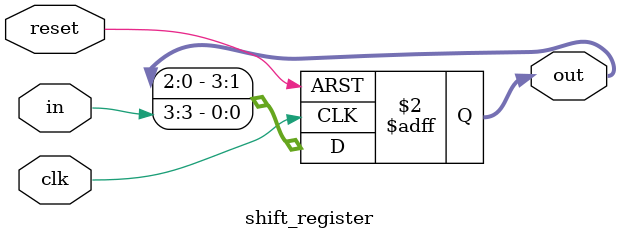
<source format=v>
module shift_register (
    input clk,
    input reset,
    input [3:0] in,
    output reg [3:0] out
);
    always @(posedge clk or posedge reset) begin
        if (reset) begin
            out <= 4'b0000;
        end else begin
            out <= {out[2:0], in[3]};
        end
    end
endmodule
</source>
